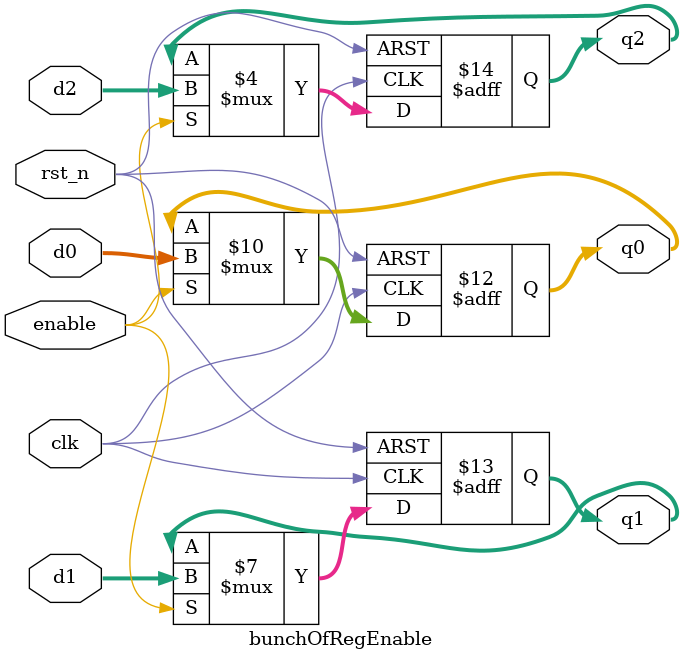
<source format=v>
`timescale 1ns / 1ps


module bunchOfRegEnable(
    input wire clk,
    input wire rst_n,
    input wire enable,
    input wire [7:0] d0,
    input wire [7:0] d1,
    input wire [7:0] d2,
    output reg [7:0] q0,
    output reg [7:0] q1,
    output reg [7:0] q2
    );
    
    always @(posedge clk or negedge rst_n) begin 
        if(!rst_n) begin 
            q0 <= 8'h00 ;
            q1 <= 8'h00 ;
            q2 <= 8'h00 ;
        
        end else if(enable)begin 
            q0 <= d0 ;
            q1 <= d1 ;
            q2 <= d2 ;
        
        end else begin 
            q0 <= q0 ;
            q1 <= q1 ;
            q2 <= q2 ;
        
        end 
    
    
    end 
    
    
endmodule
</source>
